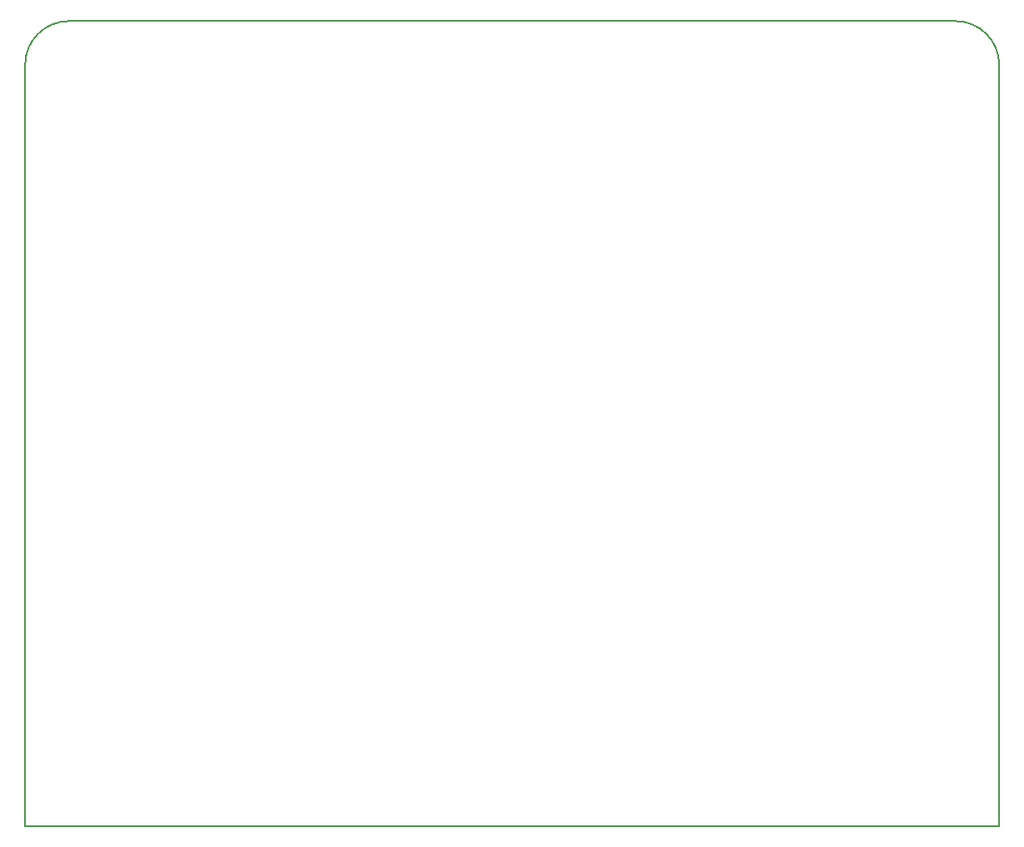
<source format=gm1>
G04 #@! TF.FileFunction,Profile,NP*
%FSLAX46Y46*%
G04 Gerber Fmt 4.6, Leading zero omitted, Abs format (unit mm)*
G04 Created by KiCad (PCBNEW 4.0.7) date 01/22/20 13:23:21*
%MOMM*%
%LPD*%
G01*
G04 APERTURE LIST*
%ADD10C,0.100000*%
%ADD11C,0.150000*%
G04 APERTURE END LIST*
D10*
D11*
X194945000Y-133350000D02*
X194945000Y-60960000D01*
X95885000Y-60960000D02*
X95885000Y-138430000D01*
X190500000Y-56515000D02*
X100330000Y-56515000D01*
X194945000Y-60960000D02*
G75*
G03X190500000Y-56515000I-4445000J0D01*
G01*
X100330000Y-56515000D02*
G75*
G03X95885000Y-60960000I0J-4445000D01*
G01*
X194945000Y-138430000D02*
X95885000Y-138430000D01*
X194945000Y-138430000D02*
X194945000Y-133350000D01*
M02*

</source>
